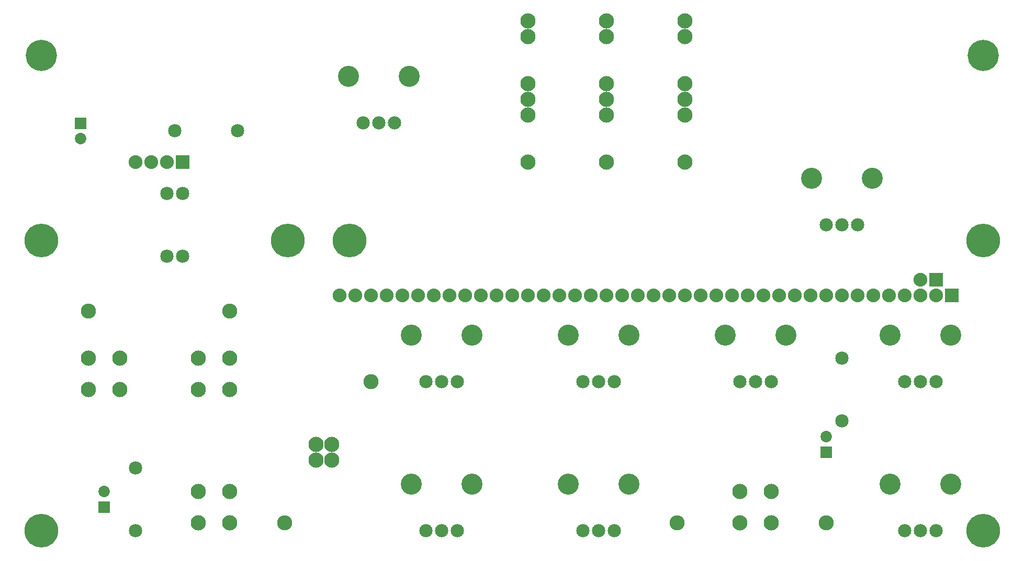
<source format=gts>
G04 MADE WITH FRITZING*
G04 WWW.FRITZING.ORG*
G04 DOUBLE SIDED*
G04 HOLES PLATED*
G04 CONTOUR ON CENTER OF CONTOUR VECTOR*
%ASAXBY*%
%FSLAX23Y23*%
%MOIN*%
%OFA0B0*%
%SFA1.0B1.0*%
%ADD10C,0.096614*%
%ADD11C,0.214725*%
%ADD12C,0.198977*%
%ADD13C,0.085000*%
%ADD14C,0.084667*%
%ADD15C,0.084695*%
%ADD16C,0.134033*%
%ADD17C,0.072992*%
%ADD18C,0.097244*%
%ADD19C,0.088000*%
%ADD20R,0.072992X0.072992*%
%ADD21R,0.088000X0.088000*%
%LNMASK1*%
G90*
G70*
G54D10*
X4200Y207D03*
X5150Y207D03*
X1700Y207D03*
X2250Y1107D03*
G54D11*
X1721Y2007D03*
G54D12*
X150Y3187D03*
G54D11*
X150Y157D03*
G54D10*
X1350Y1557D03*
X450Y1557D03*
G54D11*
X150Y2007D03*
X2115Y2007D03*
G54D12*
X6150Y3187D03*
G54D11*
X6150Y157D03*
X6150Y2007D03*
G54D13*
X1000Y2707D03*
X1400Y2707D03*
X750Y157D03*
X750Y557D03*
X5250Y857D03*
X5250Y1257D03*
X1050Y2307D03*
X1050Y1907D03*
X950Y2307D03*
X950Y1907D03*
G54D14*
X5150Y2107D03*
X5250Y2107D03*
G54D15*
X5350Y2107D03*
G54D16*
X5056Y2403D03*
X5444Y2403D03*
G54D14*
X2600Y1107D03*
X2700Y1107D03*
G54D15*
X2800Y1107D03*
G54D16*
X2506Y1403D03*
X2894Y1403D03*
G54D14*
X2600Y157D03*
X2700Y157D03*
G54D15*
X2800Y157D03*
G54D16*
X2506Y453D03*
X2894Y453D03*
G54D14*
X3600Y1107D03*
X3700Y1107D03*
G54D15*
X3800Y1107D03*
G54D16*
X3506Y1403D03*
X3894Y1403D03*
G54D14*
X3600Y157D03*
X3700Y157D03*
G54D15*
X3800Y157D03*
G54D16*
X3506Y453D03*
X3894Y453D03*
G54D14*
X4600Y1107D03*
X4700Y1107D03*
G54D15*
X4800Y1107D03*
G54D16*
X4506Y1403D03*
X4894Y1403D03*
G54D14*
X5650Y1107D03*
X5750Y1107D03*
G54D15*
X5850Y1107D03*
G54D16*
X5556Y1403D03*
X5944Y1403D03*
G54D14*
X5650Y157D03*
X5750Y157D03*
G54D15*
X5850Y157D03*
G54D16*
X5556Y453D03*
X5944Y453D03*
G54D14*
X2200Y2757D03*
X2300Y2757D03*
G54D15*
X2400Y2757D03*
G54D16*
X2106Y3053D03*
X2494Y3053D03*
G54D17*
X550Y309D03*
X550Y407D03*
X400Y2756D03*
X400Y2657D03*
X5150Y659D03*
X5150Y757D03*
G54D18*
X4250Y2907D03*
X4250Y2807D03*
X4250Y3007D03*
X4250Y3407D03*
X4250Y3307D03*
X4250Y2507D03*
X3750Y2507D03*
X3750Y2907D03*
X3750Y2807D03*
X3750Y3007D03*
X3750Y3407D03*
X3750Y3307D03*
X3250Y3007D03*
X4600Y407D03*
X4800Y407D03*
X4600Y207D03*
X4800Y207D03*
X1150Y407D03*
X1350Y407D03*
X1350Y207D03*
X1150Y207D03*
X650Y1257D03*
X450Y1057D03*
X450Y1257D03*
X650Y1057D03*
X1350Y1057D03*
X1150Y1057D03*
X1350Y1257D03*
X1150Y1257D03*
X3250Y3407D03*
X3250Y3307D03*
X3250Y2507D03*
X1900Y707D03*
X1900Y607D03*
X2000Y707D03*
X2000Y607D03*
X3250Y2907D03*
X3250Y2807D03*
G54D19*
X5950Y1657D03*
X5850Y1657D03*
X5750Y1657D03*
X5650Y1657D03*
X5550Y1657D03*
X5450Y1657D03*
X5350Y1657D03*
X5250Y1657D03*
X5150Y1657D03*
X5050Y1657D03*
X4950Y1657D03*
X4850Y1657D03*
X4750Y1657D03*
X4650Y1657D03*
X4550Y1657D03*
X4450Y1657D03*
X4350Y1657D03*
X4250Y1657D03*
X4150Y1657D03*
X4050Y1657D03*
X3950Y1657D03*
X3850Y1657D03*
X3750Y1657D03*
X3650Y1657D03*
X3550Y1657D03*
X3450Y1657D03*
X3350Y1657D03*
X3250Y1657D03*
X3150Y1657D03*
X3050Y1657D03*
X2950Y1657D03*
X2850Y1657D03*
X2750Y1657D03*
X2650Y1657D03*
X2550Y1657D03*
X2450Y1657D03*
X2350Y1657D03*
X2250Y1657D03*
X2150Y1657D03*
X2050Y1657D03*
X5850Y1757D03*
X5750Y1757D03*
X1050Y2507D03*
X950Y2507D03*
X850Y2507D03*
X750Y2507D03*
G54D20*
X550Y309D03*
X400Y2756D03*
X5150Y659D03*
G54D21*
X5950Y1657D03*
X5850Y1757D03*
X1050Y2507D03*
G04 End of Mask1*
M02*
</source>
